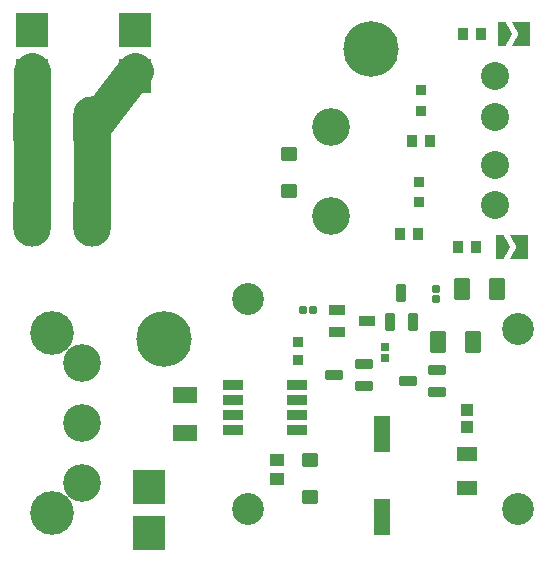
<source format=gts>
G04 Layer: TopSolderMaskLayer*
G04 EasyEDA v6.5.39, 2024-01-10 16:20:09*
G04 85b321e934e241e88075cb939218c85a,3d9c8b04885e45b7839bd8e85c0fd600,10*
G04 Gerber Generator version 0.2*
G04 Scale: 100 percent, Rotated: No, Reflected: No *
G04 Dimensions in millimeters *
G04 leading zeros omitted , absolute positions ,4 integer and 5 decimal *
%FSLAX45Y45*%
%MOMM*%

%AMMACRO1*4,1,4,-1.3515,-1.4266,-1.3515,1.4266,1.3515,1.4266,1.3515,-1.4266,-1.3515,-1.4266,0*%
%AMMACRO2*1,1,$1,$2,$3*1,1,$1,$4,$5*1,1,$1,0-$2,0-$3*1,1,$1,0-$4,0-$5*20,1,$1,$2,$3,$4,$5,0*20,1,$1,$4,$5,0-$2,0-$3,0*20,1,$1,0-$2,0-$3,0-$4,0-$5,0*20,1,$1,0-$4,0-$5,$2,$3,0*4,1,4,$2,$3,$4,$5,0-$2,0-$3,0-$4,0-$5,$2,$3,0*%
%AMMACRO3*4,1,5,-0.6173,-0.9906,-0.6173,0.9906,0.0512,0.9906,0.6173,0,0.0512,-0.9906,-0.6173,-0.9906,0*%
%AMMACRO4*4,1,5,-0.7733,-0.9906,-0.2071,0,-0.7733,0.9906,0.7733,0.9906,0.7733,-0.9906,-0.7733,-0.9906,0*%
%ADD10C,3.1016*%
%ADD11O,3.2031940000000003X5.20319*%
%ADD12C,3.2032*%
%ADD13C,2.7032*%
%ADD14C,3.7032*%
%ADD15MACRO1*%
%ADD16MACRO2,0.1016X-0.6038X-0.8505X-0.6038X0.8505*%
%ADD17MACRO2,0.1016X0.6038X-0.8505X0.6038X0.8505*%
%ADD18R,1.8026X1.3091*%
%ADD19MACRO2,0.1016X0.4032X0.432X0.4032X-0.432*%
%ADD20MACRO2,0.1016X-0.4032X0.432X-0.4032X-0.432*%
%ADD21MACRO2,0.1016X-0.4032X-0.432X-0.4032X0.432*%
%ADD22MACRO2,0.1016X0.4032X-0.432X0.4032X0.432*%
%ADD23C,2.3832*%
%ADD24MACRO2,0.2032X0.625X0.35X0.625X-0.35*%
%ADD25MACRO2,0.2032X0.35X-0.625X-0.35X-0.625*%
%ADD26MACRO2,0.1016X-0.2828X-0.27X-0.2828X0.27*%
%ADD27MACRO2,0.1016X0.2828X-0.27X0.2828X0.27*%
%ADD28R,0.9656X0.9081*%
%ADD29MACRO2,0.1016X-0.27X0.2828X0.27X0.2828*%
%ADD30MACRO2,0.1016X-0.27X-0.2828X0.27X-0.2828*%
%ADD31R,0.6416X0.6673*%
%ADD32R,1.4532X0.9032*%
%ADD33R,1.2016X1.1016*%
%ADD34MACRO2,0.1016X0.6X0.5X0.6X-0.5*%
%ADD35R,1.1032X1.0032*%
%ADD36R,2.1032X1.4032*%
%ADD37MACRO2,0.2032X-0.5994X-1.4503X-0.5994X1.4503*%
%ADD38MACRO2,0.2032X0.775X0.325X0.775X-0.325*%
%ADD39MACRO2,0.1016X0.4X-0.4X-0.4X-0.4*%
%ADD40MACRO3*%
%ADD41MACRO4*%
%ADD42C,4.7032*%
%ADD43C,4.7040*%

%LPD*%
D10*
X429999Y2869986D02*
G01*
X428752Y2390902D01*
X428861Y1639079D02*
G01*
X428861Y2390919D01*
X934321Y2390919D02*
G01*
X1300007Y2869996D01*
X934321Y2390919D02*
G01*
X934321Y1639079D01*
D11*
G01*
X934313Y2390927D03*
G01*
X428853Y2390927D03*
G01*
X428853Y1639087D03*
G01*
X934313Y1639087D03*
D12*
G01*
X2963773Y1639087D03*
G01*
X2963773Y2390927D03*
D13*
G01*
X2256993Y-839012D03*
G01*
X2256993Y938987D03*
G01*
X4542993Y-839012D03*
G01*
X4542993Y684987D03*
D12*
G01*
X854024Y-620013D03*
G01*
X854024Y-112013D03*
G01*
X854024Y395986D03*
D14*
G01*
X600024Y-874013D03*
G01*
X600024Y649986D03*
D15*
G01*
X1299972Y3212579D03*
G01*
X1299972Y2827566D03*
G01*
X1422400Y-658380D03*
G01*
X1422400Y-1043393D03*
G01*
X430022Y3212579D03*
G01*
X430022Y2827566D03*
D16*
G01*
X4161076Y571500D03*
D17*
G01*
X3865323Y571500D03*
D16*
G01*
X4364276Y1016000D03*
D17*
G01*
X4068523Y1016000D03*
D18*
G01*
X4114800Y-372821D03*
G01*
X4114800Y-668578D03*
D19*
G01*
X3645775Y2273300D03*
D20*
G01*
X3796424Y2273300D03*
D21*
G01*
X4228224Y3175000D03*
D22*
G01*
X4077575Y3175000D03*
D21*
G01*
X3694824Y1485900D03*
D22*
G01*
X3544175Y1485900D03*
D21*
G01*
X4190124Y1371600D03*
D22*
G01*
X4039475Y1371600D03*
D23*
G01*
X4350004Y1729917D03*
G01*
X4350004Y2069922D03*
G01*
X4350004Y2479979D03*
G01*
X4350004Y2819984D03*
D24*
G01*
X3608831Y241300D03*
G01*
X3858768Y336296D03*
G01*
X3858768Y146303D03*
D25*
G01*
X3556000Y988568D03*
G01*
X3650996Y738631D03*
G01*
X3461003Y738631D03*
D26*
G01*
X2811882Y838200D03*
D27*
G01*
X2725317Y838200D03*
D28*
G01*
X2679700Y570636D03*
G01*
X2679700Y419963D03*
D29*
G01*
X3848100Y934617D03*
D30*
G01*
X3848100Y1021182D03*
D31*
G01*
X3416300Y525881D03*
G01*
X3416300Y439318D03*
D32*
G01*
X3261868Y749300D03*
G01*
X3011931Y654304D03*
G01*
X3011931Y844295D03*
D24*
G01*
X2986531Y292100D03*
G01*
X3236468Y387096D03*
G01*
X3236468Y197103D03*
D33*
G01*
X2501976Y-427989D03*
G01*
X2501976Y-587984D03*
D34*
G01*
X2781300Y-739190D03*
G01*
X2781300Y-429209D03*
G01*
X2603500Y1851609D03*
G01*
X2603500Y2161590D03*
D35*
G01*
X4114800Y-146202D03*
G01*
X4114800Y-6197D03*
D36*
G01*
X1727200Y121894D03*
G01*
X1727200Y-198120D03*
D37*
G01*
X3391407Y-208788D03*
G01*
X3390392Y-908811D03*
D38*
G01*
X2128300Y203200D03*
G01*
X2128300Y76200D03*
G01*
X2128300Y-50800D03*
G01*
X2128300Y-177800D03*
G01*
X2672299Y-177800D03*
G01*
X2672299Y-50800D03*
G01*
X2672299Y76200D03*
G01*
X2672299Y203200D03*
D39*
G01*
X3708400Y1926589D03*
G01*
X3708400Y1756410D03*
G01*
X3721100Y2701289D03*
G01*
X3721100Y2531110D03*
D40*
G01*
X4420374Y1371600D03*
D41*
G01*
X4555629Y1371600D03*
D40*
G01*
X4433074Y3175000D03*
D41*
G01*
X4568329Y3175000D03*
D42*
G01*
X3299993Y3050006D03*
D43*
G01*
X1550009Y599998D03*
M02*

</source>
